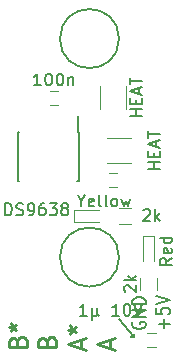
<source format=gto>
G04 #@! TF.FileFunction,Legend,Top*
%FSLAX46Y46*%
G04 Gerber Fmt 4.6, Leading zero omitted, Abs format (unit mm)*
G04 Created by KiCad (PCBNEW 4.0.7) date Sat Jun  9 20:24:17 2018*
%MOMM*%
%LPD*%
G01*
G04 APERTURE LIST*
%ADD10C,0.100000*%
%ADD11C,0.150000*%
%ADD12C,0.200000*%
%ADD13C,0.250000*%
%ADD14C,0.120000*%
G04 APERTURE END LIST*
D10*
D11*
X61000000Y-61250000D02*
X61250000Y-61250000D01*
X61250000Y-61000000D02*
X61000000Y-61250000D01*
X61250000Y-61250000D02*
X61250000Y-61000000D01*
X60000000Y-59750000D02*
X61250000Y-61250000D01*
D12*
X61150000Y-60011904D02*
X61092857Y-60107142D01*
X61092857Y-60249999D01*
X61150000Y-60392857D01*
X61264286Y-60488095D01*
X61378571Y-60535714D01*
X61607143Y-60583333D01*
X61778571Y-60583333D01*
X62007143Y-60535714D01*
X62121429Y-60488095D01*
X62235714Y-60392857D01*
X62292857Y-60249999D01*
X62292857Y-60154761D01*
X62235714Y-60011904D01*
X62178571Y-59964285D01*
X61778571Y-59964285D01*
X61778571Y-60154761D01*
X62292857Y-59535714D02*
X61092857Y-59535714D01*
X62292857Y-58964285D01*
X61092857Y-58964285D01*
X62292857Y-58488095D02*
X61092857Y-58488095D01*
X61092857Y-58250000D01*
X61150000Y-58107142D01*
X61264286Y-58011904D01*
X61378571Y-57964285D01*
X61607143Y-57916666D01*
X61778571Y-57916666D01*
X62007143Y-57964285D01*
X62121429Y-58011904D01*
X62235714Y-58107142D01*
X62292857Y-58250000D01*
X62292857Y-58488095D01*
X63835714Y-60535714D02*
X63835714Y-59773809D01*
X64292857Y-60154761D02*
X63378571Y-60154761D01*
X63092857Y-58821428D02*
X63092857Y-59297619D01*
X63664286Y-59345238D01*
X63607143Y-59297619D01*
X63550000Y-59202381D01*
X63550000Y-58964285D01*
X63607143Y-58869047D01*
X63664286Y-58821428D01*
X63778571Y-58773809D01*
X64064286Y-58773809D01*
X64178571Y-58821428D01*
X64235714Y-58869047D01*
X64292857Y-58964285D01*
X64292857Y-59202381D01*
X64235714Y-59297619D01*
X64178571Y-59345238D01*
X63092857Y-58488095D02*
X64292857Y-58154762D01*
X63092857Y-57821428D01*
D13*
X51392857Y-61642857D02*
X51464286Y-61428571D01*
X51535714Y-61357143D01*
X51678571Y-61285714D01*
X51892857Y-61285714D01*
X52035714Y-61357143D01*
X52107143Y-61428571D01*
X52178571Y-61571429D01*
X52178571Y-62142857D01*
X50678571Y-62142857D01*
X50678571Y-61642857D01*
X50750000Y-61500000D01*
X50821429Y-61428571D01*
X50964286Y-61357143D01*
X51107143Y-61357143D01*
X51250000Y-61428571D01*
X51321429Y-61500000D01*
X51392857Y-61642857D01*
X51392857Y-62142857D01*
X50678571Y-60428571D02*
X51035714Y-60428571D01*
X50892857Y-60785714D02*
X51035714Y-60428571D01*
X50892857Y-60071429D01*
X51321429Y-60642857D02*
X51035714Y-60428571D01*
X51321429Y-60214286D01*
X53892857Y-61642857D02*
X53964286Y-61428571D01*
X54035714Y-61357143D01*
X54178571Y-61285714D01*
X54392857Y-61285714D01*
X54535714Y-61357143D01*
X54607143Y-61428571D01*
X54678571Y-61571429D01*
X54678571Y-62142857D01*
X53178571Y-62142857D01*
X53178571Y-61642857D01*
X53250000Y-61500000D01*
X53321429Y-61428571D01*
X53464286Y-61357143D01*
X53607143Y-61357143D01*
X53750000Y-61428571D01*
X53821429Y-61500000D01*
X53892857Y-61642857D01*
X53892857Y-62142857D01*
X56750000Y-62214286D02*
X56750000Y-61500000D01*
X57178571Y-62357143D02*
X55678571Y-61857143D01*
X57178571Y-61357143D01*
X55678571Y-60642857D02*
X56035714Y-60642857D01*
X55892857Y-61000000D02*
X56035714Y-60642857D01*
X55892857Y-60285715D01*
X56321429Y-60857143D02*
X56035714Y-60642857D01*
X56321429Y-60428572D01*
X59250000Y-62214286D02*
X59250000Y-61500000D01*
X59678571Y-62357143D02*
X58178571Y-61857143D01*
X59678571Y-61357143D01*
D11*
X60000000Y-36000000D02*
G75*
G03X60000000Y-36000000I-2500000J0D01*
G01*
X60000000Y-54500000D02*
G75*
G03X60000000Y-54500000I-2500000J0D01*
G01*
D14*
X59850000Y-48600000D02*
X59150000Y-48600000D01*
X59150000Y-47400000D02*
X59850000Y-47400000D01*
X54850000Y-41600000D02*
X54150000Y-41600000D01*
X54150000Y-40400000D02*
X54850000Y-40400000D01*
X63100000Y-62100000D02*
X62400000Y-62100000D01*
X62400000Y-60900000D02*
X63100000Y-60900000D01*
X56200000Y-50500000D02*
X56200000Y-51500000D01*
X56200000Y-51500000D02*
X58300000Y-51500000D01*
X56200000Y-50500000D02*
X58300000Y-50500000D01*
X63000000Y-52700000D02*
X62000000Y-52700000D01*
X62000000Y-52700000D02*
X62000000Y-54800000D01*
X63000000Y-52700000D02*
X63000000Y-54800000D01*
X61000000Y-51680000D02*
X60000000Y-51680000D01*
X60000000Y-50320000D02*
X61000000Y-50320000D01*
X61820000Y-57250000D02*
X61820000Y-56250000D01*
X63180000Y-56250000D02*
X63180000Y-57250000D01*
X59000000Y-44430000D02*
X61000000Y-44430000D01*
X61000000Y-46570000D02*
X59000000Y-46570000D01*
X58430000Y-42000000D02*
X58430000Y-40000000D01*
X60570000Y-40000000D02*
X60570000Y-42000000D01*
D11*
X56575000Y-43925000D02*
X56525000Y-43925000D01*
X56575000Y-48075000D02*
X56430000Y-48075000D01*
X51425000Y-48075000D02*
X51570000Y-48075000D01*
X51425000Y-43925000D02*
X51570000Y-43925000D01*
X56575000Y-43925000D02*
X56575000Y-48075000D01*
X51425000Y-43925000D02*
X51425000Y-48075000D01*
X56525000Y-43925000D02*
X56525000Y-42525000D01*
X53380953Y-39952381D02*
X52809524Y-39952381D01*
X53095238Y-39952381D02*
X53095238Y-38952381D01*
X53000000Y-39095238D01*
X52904762Y-39190476D01*
X52809524Y-39238095D01*
X54000000Y-38952381D02*
X54095239Y-38952381D01*
X54190477Y-39000000D01*
X54238096Y-39047619D01*
X54285715Y-39142857D01*
X54333334Y-39333333D01*
X54333334Y-39571429D01*
X54285715Y-39761905D01*
X54238096Y-39857143D01*
X54190477Y-39904762D01*
X54095239Y-39952381D01*
X54000000Y-39952381D01*
X53904762Y-39904762D01*
X53857143Y-39857143D01*
X53809524Y-39761905D01*
X53761905Y-39571429D01*
X53761905Y-39333333D01*
X53809524Y-39142857D01*
X53857143Y-39047619D01*
X53904762Y-39000000D01*
X54000000Y-38952381D01*
X54952381Y-38952381D02*
X55047620Y-38952381D01*
X55142858Y-39000000D01*
X55190477Y-39047619D01*
X55238096Y-39142857D01*
X55285715Y-39333333D01*
X55285715Y-39571429D01*
X55238096Y-39761905D01*
X55190477Y-39857143D01*
X55142858Y-39904762D01*
X55047620Y-39952381D01*
X54952381Y-39952381D01*
X54857143Y-39904762D01*
X54809524Y-39857143D01*
X54761905Y-39761905D01*
X54714286Y-39571429D01*
X54714286Y-39333333D01*
X54761905Y-39142857D01*
X54809524Y-39047619D01*
X54857143Y-39000000D01*
X54952381Y-38952381D01*
X55714286Y-39285714D02*
X55714286Y-39952381D01*
X55714286Y-39380952D02*
X55761905Y-39333333D01*
X55857143Y-39285714D01*
X56000001Y-39285714D01*
X56095239Y-39333333D01*
X56142858Y-39428571D01*
X56142858Y-39952381D01*
X57250000Y-59452381D02*
X56678571Y-59452381D01*
X56964285Y-59452381D02*
X56964285Y-58452381D01*
X56869047Y-58595238D01*
X56773809Y-58690476D01*
X56678571Y-58738095D01*
X57678571Y-58785714D02*
X57678571Y-59785714D01*
X58154762Y-59309524D02*
X58202381Y-59404762D01*
X58297619Y-59452381D01*
X57678571Y-59309524D02*
X57726190Y-59404762D01*
X57821428Y-59452381D01*
X58011905Y-59452381D01*
X58107143Y-59404762D01*
X58154762Y-59309524D01*
X58154762Y-58785714D01*
X60011905Y-59452381D02*
X59440476Y-59452381D01*
X59726190Y-59452381D02*
X59726190Y-58452381D01*
X59630952Y-58595238D01*
X59535714Y-58690476D01*
X59440476Y-58738095D01*
X60630952Y-58452381D02*
X60726191Y-58452381D01*
X60821429Y-58500000D01*
X60869048Y-58547619D01*
X60916667Y-58642857D01*
X60964286Y-58833333D01*
X60964286Y-59071429D01*
X60916667Y-59261905D01*
X60869048Y-59357143D01*
X60821429Y-59404762D01*
X60726191Y-59452381D01*
X60630952Y-59452381D01*
X60535714Y-59404762D01*
X60488095Y-59357143D01*
X60440476Y-59261905D01*
X60392857Y-59071429D01*
X60392857Y-58833333D01*
X60440476Y-58642857D01*
X60488095Y-58547619D01*
X60535714Y-58500000D01*
X60630952Y-58452381D01*
X61250000Y-58452381D02*
X61583333Y-59452381D01*
X61916667Y-58452381D01*
X56821428Y-49726190D02*
X56821428Y-50202381D01*
X56488095Y-49202381D02*
X56821428Y-49726190D01*
X57154762Y-49202381D01*
X57869048Y-50154762D02*
X57773810Y-50202381D01*
X57583333Y-50202381D01*
X57488095Y-50154762D01*
X57440476Y-50059524D01*
X57440476Y-49678571D01*
X57488095Y-49583333D01*
X57583333Y-49535714D01*
X57773810Y-49535714D01*
X57869048Y-49583333D01*
X57916667Y-49678571D01*
X57916667Y-49773810D01*
X57440476Y-49869048D01*
X58488095Y-50202381D02*
X58392857Y-50154762D01*
X58345238Y-50059524D01*
X58345238Y-49202381D01*
X59011905Y-50202381D02*
X58916667Y-50154762D01*
X58869048Y-50059524D01*
X58869048Y-49202381D01*
X59535715Y-50202381D02*
X59440477Y-50154762D01*
X59392858Y-50107143D01*
X59345239Y-50011905D01*
X59345239Y-49726190D01*
X59392858Y-49630952D01*
X59440477Y-49583333D01*
X59535715Y-49535714D01*
X59678573Y-49535714D01*
X59773811Y-49583333D01*
X59821430Y-49630952D01*
X59869049Y-49726190D01*
X59869049Y-50011905D01*
X59821430Y-50107143D01*
X59773811Y-50154762D01*
X59678573Y-50202381D01*
X59535715Y-50202381D01*
X60202382Y-49535714D02*
X60392858Y-50202381D01*
X60583335Y-49726190D01*
X60773811Y-50202381D01*
X60964287Y-49535714D01*
X64452381Y-54571428D02*
X63976190Y-54904762D01*
X64452381Y-55142857D02*
X63452381Y-55142857D01*
X63452381Y-54761904D01*
X63500000Y-54666666D01*
X63547619Y-54619047D01*
X63642857Y-54571428D01*
X63785714Y-54571428D01*
X63880952Y-54619047D01*
X63928571Y-54666666D01*
X63976190Y-54761904D01*
X63976190Y-55142857D01*
X64404762Y-53761904D02*
X64452381Y-53857142D01*
X64452381Y-54047619D01*
X64404762Y-54142857D01*
X64309524Y-54190476D01*
X63928571Y-54190476D01*
X63833333Y-54142857D01*
X63785714Y-54047619D01*
X63785714Y-53857142D01*
X63833333Y-53761904D01*
X63928571Y-53714285D01*
X64023810Y-53714285D01*
X64119048Y-54190476D01*
X64452381Y-52857142D02*
X63452381Y-52857142D01*
X64404762Y-52857142D02*
X64452381Y-52952380D01*
X64452381Y-53142857D01*
X64404762Y-53238095D01*
X64357143Y-53285714D01*
X64261905Y-53333333D01*
X63976190Y-53333333D01*
X63880952Y-53285714D01*
X63833333Y-53238095D01*
X63785714Y-53142857D01*
X63785714Y-52952380D01*
X63833333Y-52857142D01*
X62059524Y-50547619D02*
X62107143Y-50500000D01*
X62202381Y-50452381D01*
X62440477Y-50452381D01*
X62535715Y-50500000D01*
X62583334Y-50547619D01*
X62630953Y-50642857D01*
X62630953Y-50738095D01*
X62583334Y-50880952D01*
X62011905Y-51452381D01*
X62630953Y-51452381D01*
X63059524Y-51452381D02*
X63059524Y-50452381D01*
X63154762Y-51071429D02*
X63440477Y-51452381D01*
X63440477Y-50785714D02*
X63059524Y-51166667D01*
X60547619Y-57440476D02*
X60500000Y-57392857D01*
X60452381Y-57297619D01*
X60452381Y-57059523D01*
X60500000Y-56964285D01*
X60547619Y-56916666D01*
X60642857Y-56869047D01*
X60738095Y-56869047D01*
X60880952Y-56916666D01*
X61452381Y-57488095D01*
X61452381Y-56869047D01*
X61452381Y-56440476D02*
X60452381Y-56440476D01*
X61071429Y-56345238D02*
X61452381Y-56059523D01*
X60785714Y-56059523D02*
X61166667Y-56440476D01*
X63452381Y-47047619D02*
X62452381Y-47047619D01*
X62928571Y-47047619D02*
X62928571Y-46476190D01*
X63452381Y-46476190D02*
X62452381Y-46476190D01*
X62928571Y-46000000D02*
X62928571Y-45666666D01*
X63452381Y-45523809D02*
X63452381Y-46000000D01*
X62452381Y-46000000D01*
X62452381Y-45523809D01*
X63166667Y-45142857D02*
X63166667Y-44666666D01*
X63452381Y-45238095D02*
X62452381Y-44904762D01*
X63452381Y-44571428D01*
X62452381Y-44380952D02*
X62452381Y-43809523D01*
X63452381Y-44095238D02*
X62452381Y-44095238D01*
X61952381Y-42547619D02*
X60952381Y-42547619D01*
X61428571Y-42547619D02*
X61428571Y-41976190D01*
X61952381Y-41976190D02*
X60952381Y-41976190D01*
X61428571Y-41500000D02*
X61428571Y-41166666D01*
X61952381Y-41023809D02*
X61952381Y-41500000D01*
X60952381Y-41500000D01*
X60952381Y-41023809D01*
X61666667Y-40642857D02*
X61666667Y-40166666D01*
X61952381Y-40738095D02*
X60952381Y-40404762D01*
X61952381Y-40071428D01*
X60952381Y-39880952D02*
X60952381Y-39309523D01*
X61952381Y-39595238D02*
X60952381Y-39595238D01*
X50357143Y-50952381D02*
X50357143Y-49952381D01*
X50595238Y-49952381D01*
X50738096Y-50000000D01*
X50833334Y-50095238D01*
X50880953Y-50190476D01*
X50928572Y-50380952D01*
X50928572Y-50523810D01*
X50880953Y-50714286D01*
X50833334Y-50809524D01*
X50738096Y-50904762D01*
X50595238Y-50952381D01*
X50357143Y-50952381D01*
X51309524Y-50904762D02*
X51452381Y-50952381D01*
X51690477Y-50952381D01*
X51785715Y-50904762D01*
X51833334Y-50857143D01*
X51880953Y-50761905D01*
X51880953Y-50666667D01*
X51833334Y-50571429D01*
X51785715Y-50523810D01*
X51690477Y-50476190D01*
X51500000Y-50428571D01*
X51404762Y-50380952D01*
X51357143Y-50333333D01*
X51309524Y-50238095D01*
X51309524Y-50142857D01*
X51357143Y-50047619D01*
X51404762Y-50000000D01*
X51500000Y-49952381D01*
X51738096Y-49952381D01*
X51880953Y-50000000D01*
X52357143Y-50952381D02*
X52547619Y-50952381D01*
X52642858Y-50904762D01*
X52690477Y-50857143D01*
X52785715Y-50714286D01*
X52833334Y-50523810D01*
X52833334Y-50142857D01*
X52785715Y-50047619D01*
X52738096Y-50000000D01*
X52642858Y-49952381D01*
X52452381Y-49952381D01*
X52357143Y-50000000D01*
X52309524Y-50047619D01*
X52261905Y-50142857D01*
X52261905Y-50380952D01*
X52309524Y-50476190D01*
X52357143Y-50523810D01*
X52452381Y-50571429D01*
X52642858Y-50571429D01*
X52738096Y-50523810D01*
X52785715Y-50476190D01*
X52833334Y-50380952D01*
X53690477Y-49952381D02*
X53500000Y-49952381D01*
X53404762Y-50000000D01*
X53357143Y-50047619D01*
X53261905Y-50190476D01*
X53214286Y-50380952D01*
X53214286Y-50761905D01*
X53261905Y-50857143D01*
X53309524Y-50904762D01*
X53404762Y-50952381D01*
X53595239Y-50952381D01*
X53690477Y-50904762D01*
X53738096Y-50857143D01*
X53785715Y-50761905D01*
X53785715Y-50523810D01*
X53738096Y-50428571D01*
X53690477Y-50380952D01*
X53595239Y-50333333D01*
X53404762Y-50333333D01*
X53309524Y-50380952D01*
X53261905Y-50428571D01*
X53214286Y-50523810D01*
X54119048Y-49952381D02*
X54738096Y-49952381D01*
X54404762Y-50333333D01*
X54547620Y-50333333D01*
X54642858Y-50380952D01*
X54690477Y-50428571D01*
X54738096Y-50523810D01*
X54738096Y-50761905D01*
X54690477Y-50857143D01*
X54642858Y-50904762D01*
X54547620Y-50952381D01*
X54261905Y-50952381D01*
X54166667Y-50904762D01*
X54119048Y-50857143D01*
X55309524Y-50380952D02*
X55214286Y-50333333D01*
X55166667Y-50285714D01*
X55119048Y-50190476D01*
X55119048Y-50142857D01*
X55166667Y-50047619D01*
X55214286Y-50000000D01*
X55309524Y-49952381D01*
X55500001Y-49952381D01*
X55595239Y-50000000D01*
X55642858Y-50047619D01*
X55690477Y-50142857D01*
X55690477Y-50190476D01*
X55642858Y-50285714D01*
X55595239Y-50333333D01*
X55500001Y-50380952D01*
X55309524Y-50380952D01*
X55214286Y-50428571D01*
X55166667Y-50476190D01*
X55119048Y-50571429D01*
X55119048Y-50761905D01*
X55166667Y-50857143D01*
X55214286Y-50904762D01*
X55309524Y-50952381D01*
X55500001Y-50952381D01*
X55595239Y-50904762D01*
X55642858Y-50857143D01*
X55690477Y-50761905D01*
X55690477Y-50571429D01*
X55642858Y-50476190D01*
X55595239Y-50428571D01*
X55500001Y-50380952D01*
M02*

</source>
